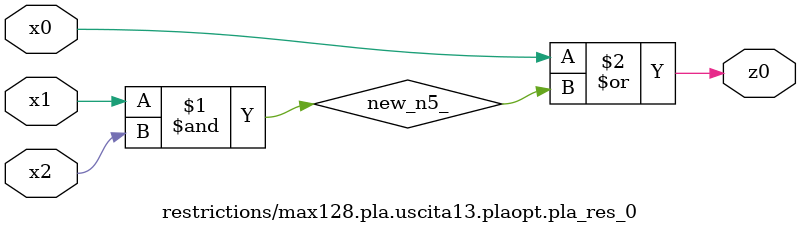
<source format=v>

module \restrictions/max128.pla.uscita13.plaopt.pla_res_0  ( 
    x0, x1, x2,
    z0  );
  input  x0, x1, x2;
  output z0;
  wire new_n5_;
  assign new_n5_ = x1 & x2;
  assign z0 = x0 | new_n5_;
endmodule



</source>
